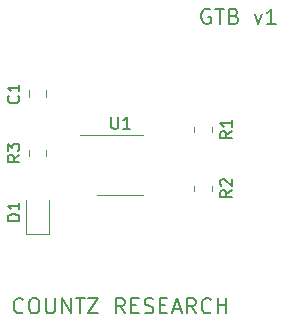
<source format=gbr>
%TF.GenerationSoftware,KiCad,Pcbnew,(5.1.9-0-10_14)*%
%TF.CreationDate,2021-03-11T21:56:35-05:00*%
%TF.ProjectId,getting_to_blinky,67657474-696e-4675-9f74-6f5f626c696e,rev?*%
%TF.SameCoordinates,Original*%
%TF.FileFunction,Legend,Top*%
%TF.FilePolarity,Positive*%
%FSLAX46Y46*%
G04 Gerber Fmt 4.6, Leading zero omitted, Abs format (unit mm)*
G04 Created by KiCad (PCBNEW (5.1.9-0-10_14)) date 2021-03-11 21:56:35*
%MOMM*%
%LPD*%
G01*
G04 APERTURE LIST*
%ADD10C,0.150000*%
%ADD11C,0.120000*%
G04 APERTURE END LIST*
D10*
X139585714Y-90850000D02*
X139461904Y-90788095D01*
X139276190Y-90788095D01*
X139090476Y-90850000D01*
X138966666Y-90973809D01*
X138904761Y-91097619D01*
X138842857Y-91345238D01*
X138842857Y-91530952D01*
X138904761Y-91778571D01*
X138966666Y-91902380D01*
X139090476Y-92026190D01*
X139276190Y-92088095D01*
X139400000Y-92088095D01*
X139585714Y-92026190D01*
X139647619Y-91964285D01*
X139647619Y-91530952D01*
X139400000Y-91530952D01*
X140019047Y-90788095D02*
X140761904Y-90788095D01*
X140390476Y-92088095D02*
X140390476Y-90788095D01*
X141628571Y-91407142D02*
X141814285Y-91469047D01*
X141876190Y-91530952D01*
X141938095Y-91654761D01*
X141938095Y-91840476D01*
X141876190Y-91964285D01*
X141814285Y-92026190D01*
X141690476Y-92088095D01*
X141195238Y-92088095D01*
X141195238Y-90788095D01*
X141628571Y-90788095D01*
X141752380Y-90850000D01*
X141814285Y-90911904D01*
X141876190Y-91035714D01*
X141876190Y-91159523D01*
X141814285Y-91283333D01*
X141752380Y-91345238D01*
X141628571Y-91407142D01*
X141195238Y-91407142D01*
X143361904Y-91221428D02*
X143671428Y-92088095D01*
X143980952Y-91221428D01*
X145157142Y-92088095D02*
X144414285Y-92088095D01*
X144785714Y-92088095D02*
X144785714Y-90788095D01*
X144661904Y-90973809D01*
X144538095Y-91097619D01*
X144414285Y-91159523D01*
X123766666Y-116464285D02*
X123704761Y-116526190D01*
X123519047Y-116588095D01*
X123395238Y-116588095D01*
X123209523Y-116526190D01*
X123085714Y-116402380D01*
X123023809Y-116278571D01*
X122961904Y-116030952D01*
X122961904Y-115845238D01*
X123023809Y-115597619D01*
X123085714Y-115473809D01*
X123209523Y-115350000D01*
X123395238Y-115288095D01*
X123519047Y-115288095D01*
X123704761Y-115350000D01*
X123766666Y-115411904D01*
X124571428Y-115288095D02*
X124819047Y-115288095D01*
X124942857Y-115350000D01*
X125066666Y-115473809D01*
X125128571Y-115721428D01*
X125128571Y-116154761D01*
X125066666Y-116402380D01*
X124942857Y-116526190D01*
X124819047Y-116588095D01*
X124571428Y-116588095D01*
X124447619Y-116526190D01*
X124323809Y-116402380D01*
X124261904Y-116154761D01*
X124261904Y-115721428D01*
X124323809Y-115473809D01*
X124447619Y-115350000D01*
X124571428Y-115288095D01*
X125685714Y-115288095D02*
X125685714Y-116340476D01*
X125747619Y-116464285D01*
X125809523Y-116526190D01*
X125933333Y-116588095D01*
X126180952Y-116588095D01*
X126304761Y-116526190D01*
X126366666Y-116464285D01*
X126428571Y-116340476D01*
X126428571Y-115288095D01*
X127047619Y-116588095D02*
X127047619Y-115288095D01*
X127790476Y-116588095D01*
X127790476Y-115288095D01*
X128223809Y-115288095D02*
X128966666Y-115288095D01*
X128595238Y-116588095D02*
X128595238Y-115288095D01*
X129276190Y-115288095D02*
X130142857Y-115288095D01*
X129276190Y-116588095D01*
X130142857Y-116588095D01*
X132371428Y-116588095D02*
X131938095Y-115969047D01*
X131628571Y-116588095D02*
X131628571Y-115288095D01*
X132123809Y-115288095D01*
X132247619Y-115350000D01*
X132309523Y-115411904D01*
X132371428Y-115535714D01*
X132371428Y-115721428D01*
X132309523Y-115845238D01*
X132247619Y-115907142D01*
X132123809Y-115969047D01*
X131628571Y-115969047D01*
X132928571Y-115907142D02*
X133361904Y-115907142D01*
X133547619Y-116588095D02*
X132928571Y-116588095D01*
X132928571Y-115288095D01*
X133547619Y-115288095D01*
X134042857Y-116526190D02*
X134228571Y-116588095D01*
X134538095Y-116588095D01*
X134661904Y-116526190D01*
X134723809Y-116464285D01*
X134785714Y-116340476D01*
X134785714Y-116216666D01*
X134723809Y-116092857D01*
X134661904Y-116030952D01*
X134538095Y-115969047D01*
X134290476Y-115907142D01*
X134166666Y-115845238D01*
X134104761Y-115783333D01*
X134042857Y-115659523D01*
X134042857Y-115535714D01*
X134104761Y-115411904D01*
X134166666Y-115350000D01*
X134290476Y-115288095D01*
X134600000Y-115288095D01*
X134785714Y-115350000D01*
X135342857Y-115907142D02*
X135776190Y-115907142D01*
X135961904Y-116588095D02*
X135342857Y-116588095D01*
X135342857Y-115288095D01*
X135961904Y-115288095D01*
X136457142Y-116216666D02*
X137076190Y-116216666D01*
X136333333Y-116588095D02*
X136766666Y-115288095D01*
X137200000Y-116588095D01*
X138376190Y-116588095D02*
X137942857Y-115969047D01*
X137633333Y-116588095D02*
X137633333Y-115288095D01*
X138128571Y-115288095D01*
X138252380Y-115350000D01*
X138314285Y-115411904D01*
X138376190Y-115535714D01*
X138376190Y-115721428D01*
X138314285Y-115845238D01*
X138252380Y-115907142D01*
X138128571Y-115969047D01*
X137633333Y-115969047D01*
X139676190Y-116464285D02*
X139614285Y-116526190D01*
X139428571Y-116588095D01*
X139304761Y-116588095D01*
X139119047Y-116526190D01*
X138995238Y-116402380D01*
X138933333Y-116278571D01*
X138871428Y-116030952D01*
X138871428Y-115845238D01*
X138933333Y-115597619D01*
X138995238Y-115473809D01*
X139119047Y-115350000D01*
X139304761Y-115288095D01*
X139428571Y-115288095D01*
X139614285Y-115350000D01*
X139676190Y-115411904D01*
X140233333Y-116588095D02*
X140233333Y-115288095D01*
X140233333Y-115907142D02*
X140976190Y-115907142D01*
X140976190Y-116588095D02*
X140976190Y-115288095D01*
D11*
%TO.C,U1*%
X132000000Y-106560000D02*
X133950000Y-106560000D01*
X132000000Y-106560000D02*
X130050000Y-106560000D01*
X132000000Y-101440000D02*
X133950000Y-101440000D01*
X132000000Y-101440000D02*
X128550000Y-101440000D01*
%TO.C,R3*%
X124265000Y-102772936D02*
X124265000Y-103227064D01*
X125735000Y-102772936D02*
X125735000Y-103227064D01*
%TO.C,R2*%
X139735000Y-105772936D02*
X139735000Y-106227064D01*
X138265000Y-105772936D02*
X138265000Y-106227064D01*
%TO.C,R1*%
X139735000Y-100772936D02*
X139735000Y-101227064D01*
X138265000Y-100772936D02*
X138265000Y-101227064D01*
%TO.C,D1*%
X124040000Y-107000000D02*
X124040000Y-109860000D01*
X124040000Y-109860000D02*
X125960000Y-109860000D01*
X125960000Y-109860000D02*
X125960000Y-107000000D01*
%TO.C,C1*%
X125735000Y-98223752D02*
X125735000Y-97701248D01*
X124265000Y-98223752D02*
X124265000Y-97701248D01*
%TO.C,U1*%
D10*
X131238095Y-99952380D02*
X131238095Y-100761904D01*
X131285714Y-100857142D01*
X131333333Y-100904761D01*
X131428571Y-100952380D01*
X131619047Y-100952380D01*
X131714285Y-100904761D01*
X131761904Y-100857142D01*
X131809523Y-100761904D01*
X131809523Y-99952380D01*
X132809523Y-100952380D02*
X132238095Y-100952380D01*
X132523809Y-100952380D02*
X132523809Y-99952380D01*
X132428571Y-100095238D01*
X132333333Y-100190476D01*
X132238095Y-100238095D01*
%TO.C,R3*%
X123452380Y-103166666D02*
X122976190Y-103500000D01*
X123452380Y-103738095D02*
X122452380Y-103738095D01*
X122452380Y-103357142D01*
X122500000Y-103261904D01*
X122547619Y-103214285D01*
X122642857Y-103166666D01*
X122785714Y-103166666D01*
X122880952Y-103214285D01*
X122928571Y-103261904D01*
X122976190Y-103357142D01*
X122976190Y-103738095D01*
X122452380Y-102833333D02*
X122452380Y-102214285D01*
X122833333Y-102547619D01*
X122833333Y-102404761D01*
X122880952Y-102309523D01*
X122928571Y-102261904D01*
X123023809Y-102214285D01*
X123261904Y-102214285D01*
X123357142Y-102261904D01*
X123404761Y-102309523D01*
X123452380Y-102404761D01*
X123452380Y-102690476D01*
X123404761Y-102785714D01*
X123357142Y-102833333D01*
%TO.C,R2*%
X141452380Y-106166666D02*
X140976190Y-106500000D01*
X141452380Y-106738095D02*
X140452380Y-106738095D01*
X140452380Y-106357142D01*
X140500000Y-106261904D01*
X140547619Y-106214285D01*
X140642857Y-106166666D01*
X140785714Y-106166666D01*
X140880952Y-106214285D01*
X140928571Y-106261904D01*
X140976190Y-106357142D01*
X140976190Y-106738095D01*
X140547619Y-105785714D02*
X140500000Y-105738095D01*
X140452380Y-105642857D01*
X140452380Y-105404761D01*
X140500000Y-105309523D01*
X140547619Y-105261904D01*
X140642857Y-105214285D01*
X140738095Y-105214285D01*
X140880952Y-105261904D01*
X141452380Y-105833333D01*
X141452380Y-105214285D01*
%TO.C,R1*%
X141452380Y-101166666D02*
X140976190Y-101500000D01*
X141452380Y-101738095D02*
X140452380Y-101738095D01*
X140452380Y-101357142D01*
X140500000Y-101261904D01*
X140547619Y-101214285D01*
X140642857Y-101166666D01*
X140785714Y-101166666D01*
X140880952Y-101214285D01*
X140928571Y-101261904D01*
X140976190Y-101357142D01*
X140976190Y-101738095D01*
X141452380Y-100214285D02*
X141452380Y-100785714D01*
X141452380Y-100500000D02*
X140452380Y-100500000D01*
X140595238Y-100595238D01*
X140690476Y-100690476D01*
X140738095Y-100785714D01*
%TO.C,D1*%
X123452380Y-108738095D02*
X122452380Y-108738095D01*
X122452380Y-108500000D01*
X122500000Y-108357142D01*
X122595238Y-108261904D01*
X122690476Y-108214285D01*
X122880952Y-108166666D01*
X123023809Y-108166666D01*
X123214285Y-108214285D01*
X123309523Y-108261904D01*
X123404761Y-108357142D01*
X123452380Y-108500000D01*
X123452380Y-108738095D01*
X123452380Y-107214285D02*
X123452380Y-107785714D01*
X123452380Y-107500000D02*
X122452380Y-107500000D01*
X122595238Y-107595238D01*
X122690476Y-107690476D01*
X122738095Y-107785714D01*
%TO.C,C1*%
X123357142Y-98166666D02*
X123404761Y-98214285D01*
X123452380Y-98357142D01*
X123452380Y-98452380D01*
X123404761Y-98595238D01*
X123309523Y-98690476D01*
X123214285Y-98738095D01*
X123023809Y-98785714D01*
X122880952Y-98785714D01*
X122690476Y-98738095D01*
X122595238Y-98690476D01*
X122500000Y-98595238D01*
X122452380Y-98452380D01*
X122452380Y-98357142D01*
X122500000Y-98214285D01*
X122547619Y-98166666D01*
X123452380Y-97214285D02*
X123452380Y-97785714D01*
X123452380Y-97500000D02*
X122452380Y-97500000D01*
X122595238Y-97595238D01*
X122690476Y-97690476D01*
X122738095Y-97785714D01*
%TD*%
M02*

</source>
